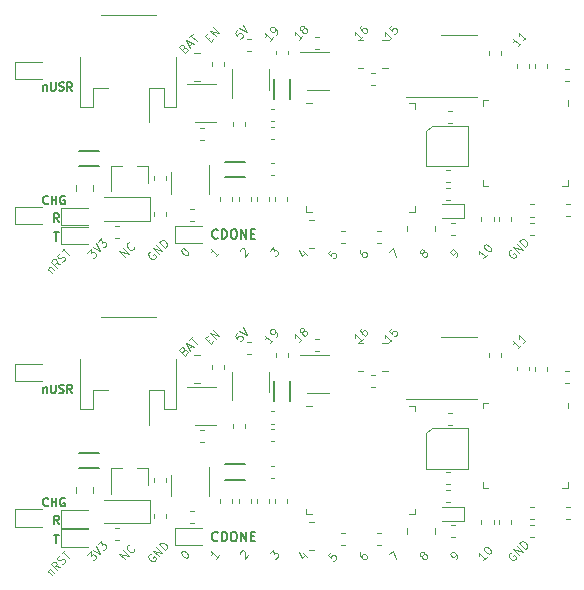
<source format=gbr>
G04 #@! TF.GenerationSoftware,KiCad,Pcbnew,(5.1.2)-1*
G04 #@! TF.CreationDate,2019-07-17T11:45:06+10:00*
G04 #@! TF.ProjectId,output.panel,6f757470-7574-42e7-9061-6e656c2e6b69,rev?*
G04 #@! TF.SameCoordinates,Original*
G04 #@! TF.FileFunction,Legend,Top*
G04 #@! TF.FilePolarity,Positive*
%FSLAX46Y46*%
G04 Gerber Fmt 4.6, Leading zero omitted, Abs format (unit mm)*
G04 Created by KiCad (PCBNEW (5.1.2)-1) date 2019-07-17 11:45:06*
%MOMM*%
%LPD*%
G04 APERTURE LIST*
%ADD10C,0.125000*%
%ADD11C,0.150000*%
%ADD12C,0.120000*%
G04 APERTURE END LIST*
D10*
X53746793Y-68511091D02*
X53511091Y-68746793D01*
X53723223Y-69006066D01*
X53723223Y-68958925D01*
X53746793Y-68888214D01*
X53864644Y-68770363D01*
X53935355Y-68746793D01*
X53982495Y-68746793D01*
X54053206Y-68770363D01*
X54171057Y-68888214D01*
X54194627Y-68958925D01*
X54194627Y-69006066D01*
X54171057Y-69076776D01*
X54053206Y-69194627D01*
X53982495Y-69218198D01*
X53935355Y-69218198D01*
D11*
X44147619Y-67485714D02*
X44109523Y-67523809D01*
X43995238Y-67561904D01*
X43919047Y-67561904D01*
X43804761Y-67523809D01*
X43728571Y-67447619D01*
X43690476Y-67371428D01*
X43652380Y-67219047D01*
X43652380Y-67104761D01*
X43690476Y-66952380D01*
X43728571Y-66876190D01*
X43804761Y-66800000D01*
X43919047Y-66761904D01*
X43995238Y-66761904D01*
X44109523Y-66800000D01*
X44147619Y-66838095D01*
X44490476Y-67561904D02*
X44490476Y-66761904D01*
X44680952Y-66761904D01*
X44795238Y-66800000D01*
X44871428Y-66876190D01*
X44909523Y-66952380D01*
X44947619Y-67104761D01*
X44947619Y-67219047D01*
X44909523Y-67371428D01*
X44871428Y-67447619D01*
X44795238Y-67523809D01*
X44680952Y-67561904D01*
X44490476Y-67561904D01*
X45442857Y-66761904D02*
X45595238Y-66761904D01*
X45671428Y-66800000D01*
X45747619Y-66876190D01*
X45785714Y-67028571D01*
X45785714Y-67295238D01*
X45747619Y-67447619D01*
X45671428Y-67523809D01*
X45595238Y-67561904D01*
X45442857Y-67561904D01*
X45366666Y-67523809D01*
X45290476Y-67447619D01*
X45252380Y-67295238D01*
X45252380Y-67028571D01*
X45290476Y-66876190D01*
X45366666Y-66800000D01*
X45442857Y-66761904D01*
X46128571Y-67561904D02*
X46128571Y-66761904D01*
X46585714Y-67561904D01*
X46585714Y-66761904D01*
X46966666Y-67142857D02*
X47233333Y-67142857D01*
X47347619Y-67561904D02*
X46966666Y-67561904D01*
X46966666Y-66761904D01*
X47347619Y-66761904D01*
D10*
X64329636Y-69118198D02*
X64423917Y-69023917D01*
X64447487Y-68953206D01*
X64447487Y-68906066D01*
X64423917Y-68788214D01*
X64353206Y-68670363D01*
X64164644Y-68481801D01*
X64093933Y-68458231D01*
X64046793Y-68458231D01*
X63976082Y-68481801D01*
X63881801Y-68576082D01*
X63858231Y-68646793D01*
X63858231Y-68693933D01*
X63881801Y-68764644D01*
X63999653Y-68882495D01*
X64070363Y-68906066D01*
X64117504Y-68906066D01*
X64188214Y-68882495D01*
X64282495Y-68788214D01*
X64306066Y-68717504D01*
X64306066Y-68670363D01*
X64282495Y-68599653D01*
X48563950Y-68593933D02*
X48870363Y-68287521D01*
X48893933Y-68641074D01*
X48964644Y-68570363D01*
X49035355Y-68546793D01*
X49082495Y-68546793D01*
X49153206Y-68570363D01*
X49271057Y-68688214D01*
X49294627Y-68758925D01*
X49294627Y-68806066D01*
X49271057Y-68876776D01*
X49129636Y-69018198D01*
X49058925Y-69041768D01*
X49011785Y-69041768D01*
X38475389Y-68629636D02*
X38404678Y-68653206D01*
X38333967Y-68723917D01*
X38286827Y-68818198D01*
X38286827Y-68912478D01*
X38310397Y-68983189D01*
X38381108Y-69101040D01*
X38451818Y-69171751D01*
X38569669Y-69242462D01*
X38640380Y-69266032D01*
X38734661Y-69266032D01*
X38828942Y-69218891D01*
X38876082Y-69171751D01*
X38923223Y-69077470D01*
X38923223Y-69030330D01*
X38758231Y-68865338D01*
X38663950Y-68959619D01*
X39182495Y-68865338D02*
X38687521Y-68370363D01*
X39465338Y-68582495D01*
X38970363Y-68087521D01*
X39701040Y-68346793D02*
X39206066Y-67851818D01*
X39323917Y-67733967D01*
X39418198Y-67686827D01*
X39512478Y-67686827D01*
X39583189Y-67710397D01*
X39701040Y-67781108D01*
X39771751Y-67851818D01*
X39842462Y-67969669D01*
X39866032Y-68040380D01*
X39866032Y-68134661D01*
X39818891Y-68228942D01*
X39701040Y-68346793D01*
X44265338Y-68782495D02*
X43982495Y-69065338D01*
X44123917Y-68923917D02*
X43628942Y-68428942D01*
X43652512Y-68546793D01*
X43652512Y-68641074D01*
X43628942Y-68711785D01*
D11*
X29800000Y-64550000D02*
X29766666Y-64583333D01*
X29666666Y-64616666D01*
X29600000Y-64616666D01*
X29500000Y-64583333D01*
X29433333Y-64516666D01*
X29400000Y-64450000D01*
X29366666Y-64316666D01*
X29366666Y-64216666D01*
X29400000Y-64083333D01*
X29433333Y-64016666D01*
X29500000Y-63950000D01*
X29600000Y-63916666D01*
X29666666Y-63916666D01*
X29766666Y-63950000D01*
X29800000Y-63983333D01*
X30100000Y-64616666D02*
X30100000Y-63916666D01*
X30100000Y-64250000D02*
X30500000Y-64250000D01*
X30500000Y-64616666D02*
X30500000Y-63916666D01*
X31200000Y-63950000D02*
X31133333Y-63916666D01*
X31033333Y-63916666D01*
X30933333Y-63950000D01*
X30866666Y-64016666D01*
X30833333Y-64083333D01*
X30800000Y-64216666D01*
X30800000Y-64316666D01*
X30833333Y-64450000D01*
X30866666Y-64516666D01*
X30933333Y-64583333D01*
X31033333Y-64616666D01*
X31100000Y-64616666D01*
X31200000Y-64583333D01*
X31233333Y-64550000D01*
X31233333Y-64316666D01*
X31100000Y-64316666D01*
D10*
X58663950Y-68693933D02*
X58993933Y-68363950D01*
X59276776Y-69071057D01*
X56323223Y-68434661D02*
X56228942Y-68528942D01*
X56205372Y-68599653D01*
X56205372Y-68646793D01*
X56228942Y-68764644D01*
X56299653Y-68882495D01*
X56488214Y-69071057D01*
X56558925Y-69094627D01*
X56606066Y-69094627D01*
X56676776Y-69071057D01*
X56771057Y-68976776D01*
X56794627Y-68906066D01*
X56794627Y-68858925D01*
X56771057Y-68788214D01*
X56653206Y-68670363D01*
X56582495Y-68646793D01*
X56535355Y-68646793D01*
X56464644Y-68670363D01*
X56370363Y-68764644D01*
X56346793Y-68835355D01*
X56346793Y-68882495D01*
X56370363Y-68953206D01*
X51388214Y-68599653D02*
X51718198Y-68929636D01*
X51081801Y-68528942D02*
X51317504Y-69000346D01*
X51623917Y-68693933D01*
X41105372Y-68452512D02*
X41152512Y-68405372D01*
X41223223Y-68381801D01*
X41270363Y-68381801D01*
X41341074Y-68405372D01*
X41458925Y-68476082D01*
X41576776Y-68593933D01*
X41647487Y-68711785D01*
X41671057Y-68782495D01*
X41671057Y-68829636D01*
X41647487Y-68900346D01*
X41600346Y-68947487D01*
X41529636Y-68971057D01*
X41482495Y-68971057D01*
X41411785Y-68947487D01*
X41293933Y-68876776D01*
X41176082Y-68758925D01*
X41105372Y-68641074D01*
X41081801Y-68570363D01*
X41081801Y-68523223D01*
X41105372Y-68452512D01*
X61493933Y-68788214D02*
X61423223Y-68811785D01*
X61376082Y-68811785D01*
X61305372Y-68788214D01*
X61281801Y-68764644D01*
X61258231Y-68693933D01*
X61258231Y-68646793D01*
X61281801Y-68576082D01*
X61376082Y-68481801D01*
X61446793Y-68458231D01*
X61493933Y-68458231D01*
X61564644Y-68481801D01*
X61588214Y-68505372D01*
X61611785Y-68576082D01*
X61611785Y-68623223D01*
X61588214Y-68693933D01*
X61493933Y-68788214D01*
X61470363Y-68858925D01*
X61470363Y-68906066D01*
X61493933Y-68976776D01*
X61588214Y-69071057D01*
X61658925Y-69094627D01*
X61706066Y-69094627D01*
X61776776Y-69071057D01*
X61871057Y-68976776D01*
X61894627Y-68906066D01*
X61894627Y-68858925D01*
X61871057Y-68788214D01*
X61776776Y-68693933D01*
X61706066Y-68670363D01*
X61658925Y-68670363D01*
X61588214Y-68693933D01*
X36335008Y-69112825D02*
X35840033Y-68617851D01*
X36617851Y-68829983D01*
X36122876Y-68335008D01*
X37089255Y-68264297D02*
X37089255Y-68311438D01*
X37042115Y-68405719D01*
X36994974Y-68452859D01*
X36900693Y-68500000D01*
X36806412Y-68500000D01*
X36735702Y-68476429D01*
X36617851Y-68405719D01*
X36547140Y-68335008D01*
X36476429Y-68217157D01*
X36452859Y-68146446D01*
X36452859Y-68052165D01*
X36500000Y-67957884D01*
X36547140Y-67910744D01*
X36641421Y-67863603D01*
X36688561Y-67863603D01*
X33116116Y-68741768D02*
X33422529Y-68435355D01*
X33446099Y-68788908D01*
X33516810Y-68718198D01*
X33587521Y-68694627D01*
X33634661Y-68694627D01*
X33705372Y-68718198D01*
X33823223Y-68836049D01*
X33846793Y-68906759D01*
X33846793Y-68953900D01*
X33823223Y-69024610D01*
X33681801Y-69166032D01*
X33611091Y-69189602D01*
X33563950Y-69189602D01*
X33563950Y-68293933D02*
X34223917Y-68623917D01*
X33893933Y-67963950D01*
X34011785Y-67846099D02*
X34318198Y-67539686D01*
X34341768Y-67893240D01*
X34412478Y-67822529D01*
X34483189Y-67798959D01*
X34530330Y-67798959D01*
X34601040Y-67822529D01*
X34718891Y-67940380D01*
X34742462Y-68011091D01*
X34742462Y-68058231D01*
X34718891Y-68128942D01*
X34577470Y-68270363D01*
X34506759Y-68293933D01*
X34459619Y-68293933D01*
X29766116Y-70121751D02*
X30096099Y-70451734D01*
X29813256Y-70168891D02*
X29813256Y-70121751D01*
X29836827Y-70051040D01*
X29907537Y-69980330D01*
X29978248Y-69956759D01*
X30048959Y-69980330D01*
X30308231Y-70239602D01*
X30826776Y-69721057D02*
X30426082Y-69650346D01*
X30543933Y-70003900D02*
X30048959Y-69508925D01*
X30237521Y-69320363D01*
X30308231Y-69296793D01*
X30355372Y-69296793D01*
X30426082Y-69320363D01*
X30496793Y-69391074D01*
X30520363Y-69461785D01*
X30520363Y-69508925D01*
X30496793Y-69579636D01*
X30308231Y-69768198D01*
X30991768Y-69508925D02*
X31086049Y-69461785D01*
X31203900Y-69343933D01*
X31227470Y-69273223D01*
X31227470Y-69226082D01*
X31203900Y-69155372D01*
X31156759Y-69108231D01*
X31086049Y-69084661D01*
X31038908Y-69084661D01*
X30968198Y-69108231D01*
X30850346Y-69178942D01*
X30779636Y-69202512D01*
X30732495Y-69202512D01*
X30661785Y-69178942D01*
X30614644Y-69131801D01*
X30591074Y-69061091D01*
X30591074Y-69013950D01*
X30614644Y-68943240D01*
X30732495Y-68825389D01*
X30826776Y-68778248D01*
X30944627Y-68613256D02*
X31227470Y-68330414D01*
X31581023Y-68966810D02*
X31086049Y-68471835D01*
X46034661Y-68617504D02*
X46034661Y-68570363D01*
X46058231Y-68499653D01*
X46176082Y-68381801D01*
X46246793Y-68358231D01*
X46293933Y-68358231D01*
X46364644Y-68381801D01*
X46411785Y-68428942D01*
X46458925Y-68523223D01*
X46458925Y-69088908D01*
X46765338Y-68782495D01*
D11*
X29400000Y-54550000D02*
X29400000Y-55016666D01*
X29400000Y-54616666D02*
X29433333Y-54583333D01*
X29500000Y-54550000D01*
X29600000Y-54550000D01*
X29666666Y-54583333D01*
X29700000Y-54650000D01*
X29700000Y-55016666D01*
X30033333Y-54316666D02*
X30033333Y-54883333D01*
X30066666Y-54950000D01*
X30100000Y-54983333D01*
X30166666Y-55016666D01*
X30300000Y-55016666D01*
X30366666Y-54983333D01*
X30400000Y-54950000D01*
X30433333Y-54883333D01*
X30433333Y-54316666D01*
X30733333Y-54983333D02*
X30833333Y-55016666D01*
X31000000Y-55016666D01*
X31066666Y-54983333D01*
X31100000Y-54950000D01*
X31133333Y-54883333D01*
X31133333Y-54816666D01*
X31100000Y-54750000D01*
X31066666Y-54716666D01*
X31000000Y-54683333D01*
X30866666Y-54650000D01*
X30800000Y-54616666D01*
X30766666Y-54583333D01*
X30733333Y-54516666D01*
X30733333Y-54450000D01*
X30766666Y-54383333D01*
X30800000Y-54350000D01*
X30866666Y-54316666D01*
X31033333Y-54316666D01*
X31133333Y-54350000D01*
X31833333Y-55016666D02*
X31600000Y-54683333D01*
X31433333Y-55016666D02*
X31433333Y-54316666D01*
X31700000Y-54316666D01*
X31766666Y-54350000D01*
X31800000Y-54383333D01*
X31833333Y-54450000D01*
X31833333Y-54550000D01*
X31800000Y-54616666D01*
X31766666Y-54650000D01*
X31700000Y-54683333D01*
X31433333Y-54683333D01*
D10*
X43299306Y-50629983D02*
X43464297Y-50464991D01*
X43794280Y-50653553D02*
X43558578Y-50889255D01*
X43063603Y-50394280D01*
X43299306Y-50158578D01*
X44006412Y-50441421D02*
X43511438Y-49946446D01*
X44289255Y-50158578D01*
X43794280Y-49663603D01*
X45834661Y-49923223D02*
X45598959Y-50158925D01*
X45811091Y-50418198D01*
X45811091Y-50371057D01*
X45834661Y-50300346D01*
X45952512Y-50182495D01*
X46023223Y-50158925D01*
X46070363Y-50158925D01*
X46141074Y-50182495D01*
X46258925Y-50300346D01*
X46282495Y-50371057D01*
X46282495Y-50418198D01*
X46258925Y-50488908D01*
X46141074Y-50606759D01*
X46070363Y-50630330D01*
X46023223Y-50630330D01*
X45999653Y-49758231D02*
X46659619Y-50088214D01*
X46329636Y-49428248D01*
X48829636Y-50518198D02*
X48546793Y-50801040D01*
X48688214Y-50659619D02*
X48193240Y-50164644D01*
X48216810Y-50282495D01*
X48216810Y-50376776D01*
X48193240Y-50447487D01*
X49065338Y-50282495D02*
X49159619Y-50188214D01*
X49183189Y-50117504D01*
X49183189Y-50070363D01*
X49159619Y-49952512D01*
X49088908Y-49834661D01*
X48900346Y-49646099D01*
X48829636Y-49622529D01*
X48782495Y-49622529D01*
X48711785Y-49646099D01*
X48617504Y-49740380D01*
X48593933Y-49811091D01*
X48593933Y-49858231D01*
X48617504Y-49928942D01*
X48735355Y-50046793D01*
X48806066Y-50070363D01*
X48853206Y-50070363D01*
X48923917Y-50046793D01*
X49018198Y-49952512D01*
X49041768Y-49881801D01*
X49041768Y-49834661D01*
X49018198Y-49763950D01*
X58954636Y-50443198D02*
X58671793Y-50726040D01*
X58813214Y-50584619D02*
X58318240Y-50089644D01*
X58341810Y-50207495D01*
X58341810Y-50301776D01*
X58318240Y-50372487D01*
X58907495Y-49500389D02*
X58671793Y-49736091D01*
X58883925Y-49995363D01*
X58883925Y-49948223D01*
X58907495Y-49877512D01*
X59025346Y-49759661D01*
X59096057Y-49736091D01*
X59143198Y-49736091D01*
X59213908Y-49759661D01*
X59331759Y-49877512D01*
X59355330Y-49948223D01*
X59355330Y-49995363D01*
X59331759Y-50066074D01*
X59213908Y-50183925D01*
X59143198Y-50207495D01*
X59096057Y-50207495D01*
D11*
X30300000Y-67016666D02*
X30700000Y-67016666D01*
X30500000Y-67716666D02*
X30500000Y-67016666D01*
D10*
X56429636Y-50418198D02*
X56146793Y-50701040D01*
X56288214Y-50559619D02*
X55793240Y-50064644D01*
X55816810Y-50182495D01*
X55816810Y-50276776D01*
X55793240Y-50347487D01*
X56358925Y-49498959D02*
X56264644Y-49593240D01*
X56241074Y-49663950D01*
X56241074Y-49711091D01*
X56264644Y-49828942D01*
X56335355Y-49946793D01*
X56523917Y-50135355D01*
X56594627Y-50158925D01*
X56641768Y-50158925D01*
X56712478Y-50135355D01*
X56806759Y-50041074D01*
X56830330Y-49970363D01*
X56830330Y-49923223D01*
X56806759Y-49852512D01*
X56688908Y-49734661D01*
X56618198Y-49711091D01*
X56571057Y-49711091D01*
X56500346Y-49734661D01*
X56406066Y-49828942D01*
X56382495Y-49899653D01*
X56382495Y-49946793D01*
X56406066Y-50017504D01*
X69829636Y-50968198D02*
X69546793Y-51251040D01*
X69688214Y-51109619D02*
X69193240Y-50614644D01*
X69216810Y-50732495D01*
X69216810Y-50826776D01*
X69193240Y-50897487D01*
X70301040Y-50496793D02*
X70018198Y-50779636D01*
X70159619Y-50638214D02*
X69664644Y-50143240D01*
X69688214Y-50261091D01*
X69688214Y-50355372D01*
X69664644Y-50426082D01*
D11*
X30716666Y-66116666D02*
X30483333Y-65783333D01*
X30316666Y-66116666D02*
X30316666Y-65416666D01*
X30583333Y-65416666D01*
X30650000Y-65450000D01*
X30683333Y-65483333D01*
X30716666Y-65550000D01*
X30716666Y-65650000D01*
X30683333Y-65716666D01*
X30650000Y-65750000D01*
X30583333Y-65783333D01*
X30316666Y-65783333D01*
D10*
X51329636Y-50418198D02*
X51046793Y-50701040D01*
X51188214Y-50559619D02*
X50693240Y-50064644D01*
X50716810Y-50182495D01*
X50716810Y-50276776D01*
X50693240Y-50347487D01*
X51329636Y-49852512D02*
X51258925Y-49876082D01*
X51211785Y-49876082D01*
X51141074Y-49852512D01*
X51117504Y-49828942D01*
X51093933Y-49758231D01*
X51093933Y-49711091D01*
X51117504Y-49640380D01*
X51211785Y-49546099D01*
X51282495Y-49522529D01*
X51329636Y-49522529D01*
X51400346Y-49546099D01*
X51423917Y-49569669D01*
X51447487Y-49640380D01*
X51447487Y-49687521D01*
X51423917Y-49758231D01*
X51329636Y-49852512D01*
X51306066Y-49923223D01*
X51306066Y-49970363D01*
X51329636Y-50041074D01*
X51423917Y-50135355D01*
X51494627Y-50158925D01*
X51541768Y-50158925D01*
X51612478Y-50135355D01*
X51706759Y-50041074D01*
X51730330Y-49970363D01*
X51730330Y-49923223D01*
X51706759Y-49852512D01*
X51612478Y-49758231D01*
X51541768Y-49734661D01*
X51494627Y-49734661D01*
X51423917Y-49758231D01*
X66929636Y-68918198D02*
X66646793Y-69201040D01*
X66788214Y-69059619D02*
X66293240Y-68564644D01*
X66316810Y-68682495D01*
X66316810Y-68776776D01*
X66293240Y-68847487D01*
X66741074Y-68116810D02*
X66788214Y-68069669D01*
X66858925Y-68046099D01*
X66906066Y-68046099D01*
X66976776Y-68069669D01*
X67094627Y-68140380D01*
X67212478Y-68258231D01*
X67283189Y-68376082D01*
X67306759Y-68446793D01*
X67306759Y-68493933D01*
X67283189Y-68564644D01*
X67236049Y-68611785D01*
X67165338Y-68635355D01*
X67118198Y-68635355D01*
X67047487Y-68611785D01*
X66929636Y-68541074D01*
X66811785Y-68423223D01*
X66741074Y-68305372D01*
X66717504Y-68234661D01*
X66717504Y-68187521D01*
X66741074Y-68116810D01*
X41299306Y-51429983D02*
X41393587Y-51382842D01*
X41440727Y-51382842D01*
X41511438Y-51406412D01*
X41582148Y-51477123D01*
X41605719Y-51547834D01*
X41605719Y-51594974D01*
X41582148Y-51665685D01*
X41393587Y-51854247D01*
X40898612Y-51359272D01*
X41063603Y-51194280D01*
X41134314Y-51170710D01*
X41181455Y-51170710D01*
X41252165Y-51194280D01*
X41299306Y-51241421D01*
X41322876Y-51312132D01*
X41322876Y-51359272D01*
X41299306Y-51429983D01*
X41134314Y-51594974D01*
X41723570Y-51241421D02*
X41959272Y-51005719D01*
X41817851Y-51429983D02*
X41487867Y-50770016D01*
X42147834Y-51099999D01*
X41747140Y-50510744D02*
X42029983Y-50227901D01*
X42383536Y-50864297D02*
X41888561Y-50369322D01*
X68975389Y-68529636D02*
X68904678Y-68553206D01*
X68833967Y-68623917D01*
X68786827Y-68718198D01*
X68786827Y-68812478D01*
X68810397Y-68883189D01*
X68881108Y-69001040D01*
X68951818Y-69071751D01*
X69069669Y-69142462D01*
X69140380Y-69166032D01*
X69234661Y-69166032D01*
X69328942Y-69118891D01*
X69376082Y-69071751D01*
X69423223Y-68977470D01*
X69423223Y-68930330D01*
X69258231Y-68765338D01*
X69163950Y-68859619D01*
X69682495Y-68765338D02*
X69187521Y-68270363D01*
X69965338Y-68482495D01*
X69470363Y-67987521D01*
X70201040Y-68246793D02*
X69706066Y-67751818D01*
X69823917Y-67633967D01*
X69918198Y-67586827D01*
X70012478Y-67586827D01*
X70083189Y-67610397D01*
X70201040Y-67681108D01*
X70271751Y-67751818D01*
X70342462Y-67869669D01*
X70366032Y-67940380D01*
X70366032Y-68034661D01*
X70318891Y-68128942D01*
X70201040Y-68246793D01*
D11*
X30716666Y-40516666D02*
X30483333Y-40183333D01*
X30316666Y-40516666D02*
X30316666Y-39816666D01*
X30583333Y-39816666D01*
X30650000Y-39850000D01*
X30683333Y-39883333D01*
X30716666Y-39950000D01*
X30716666Y-40050000D01*
X30683333Y-40116666D01*
X30650000Y-40150000D01*
X30583333Y-40183333D01*
X30316666Y-40183333D01*
X30300000Y-41416666D02*
X30700000Y-41416666D01*
X30500000Y-42116666D02*
X30500000Y-41416666D01*
D10*
X51329636Y-24818198D02*
X51046793Y-25101040D01*
X51188214Y-24959619D02*
X50693240Y-24464644D01*
X50716810Y-24582495D01*
X50716810Y-24676776D01*
X50693240Y-24747487D01*
X51329636Y-24252512D02*
X51258925Y-24276082D01*
X51211785Y-24276082D01*
X51141074Y-24252512D01*
X51117504Y-24228942D01*
X51093933Y-24158231D01*
X51093933Y-24111091D01*
X51117504Y-24040380D01*
X51211785Y-23946099D01*
X51282495Y-23922529D01*
X51329636Y-23922529D01*
X51400346Y-23946099D01*
X51423917Y-23969669D01*
X51447487Y-24040380D01*
X51447487Y-24087521D01*
X51423917Y-24158231D01*
X51329636Y-24252512D01*
X51306066Y-24323223D01*
X51306066Y-24370363D01*
X51329636Y-24441074D01*
X51423917Y-24535355D01*
X51494627Y-24558925D01*
X51541768Y-24558925D01*
X51612478Y-24535355D01*
X51706759Y-24441074D01*
X51730330Y-24370363D01*
X51730330Y-24323223D01*
X51706759Y-24252512D01*
X51612478Y-24158231D01*
X51541768Y-24134661D01*
X51494627Y-24134661D01*
X51423917Y-24158231D01*
X58954636Y-24843198D02*
X58671793Y-25126040D01*
X58813214Y-24984619D02*
X58318240Y-24489644D01*
X58341810Y-24607495D01*
X58341810Y-24701776D01*
X58318240Y-24772487D01*
X58907495Y-23900389D02*
X58671793Y-24136091D01*
X58883925Y-24395363D01*
X58883925Y-24348223D01*
X58907495Y-24277512D01*
X59025346Y-24159661D01*
X59096057Y-24136091D01*
X59143198Y-24136091D01*
X59213908Y-24159661D01*
X59331759Y-24277512D01*
X59355330Y-24348223D01*
X59355330Y-24395363D01*
X59331759Y-24466074D01*
X59213908Y-24583925D01*
X59143198Y-24607495D01*
X59096057Y-24607495D01*
X69829636Y-25368198D02*
X69546793Y-25651040D01*
X69688214Y-25509619D02*
X69193240Y-25014644D01*
X69216810Y-25132495D01*
X69216810Y-25226776D01*
X69193240Y-25297487D01*
X70301040Y-24896793D02*
X70018198Y-25179636D01*
X70159619Y-25038214D02*
X69664644Y-24543240D01*
X69688214Y-24661091D01*
X69688214Y-24755372D01*
X69664644Y-24826082D01*
X56429636Y-24818198D02*
X56146793Y-25101040D01*
X56288214Y-24959619D02*
X55793240Y-24464644D01*
X55816810Y-24582495D01*
X55816810Y-24676776D01*
X55793240Y-24747487D01*
X56358925Y-23898959D02*
X56264644Y-23993240D01*
X56241074Y-24063950D01*
X56241074Y-24111091D01*
X56264644Y-24228942D01*
X56335355Y-24346793D01*
X56523917Y-24535355D01*
X56594627Y-24558925D01*
X56641768Y-24558925D01*
X56712478Y-24535355D01*
X56806759Y-24441074D01*
X56830330Y-24370363D01*
X56830330Y-24323223D01*
X56806759Y-24252512D01*
X56688908Y-24134661D01*
X56618198Y-24111091D01*
X56571057Y-24111091D01*
X56500346Y-24134661D01*
X56406066Y-24228942D01*
X56382495Y-24299653D01*
X56382495Y-24346793D01*
X56406066Y-24417504D01*
X48829636Y-24918198D02*
X48546793Y-25201040D01*
X48688214Y-25059619D02*
X48193240Y-24564644D01*
X48216810Y-24682495D01*
X48216810Y-24776776D01*
X48193240Y-24847487D01*
X49065338Y-24682495D02*
X49159619Y-24588214D01*
X49183189Y-24517504D01*
X49183189Y-24470363D01*
X49159619Y-24352512D01*
X49088908Y-24234661D01*
X48900346Y-24046099D01*
X48829636Y-24022529D01*
X48782495Y-24022529D01*
X48711785Y-24046099D01*
X48617504Y-24140380D01*
X48593933Y-24211091D01*
X48593933Y-24258231D01*
X48617504Y-24328942D01*
X48735355Y-24446793D01*
X48806066Y-24470363D01*
X48853206Y-24470363D01*
X48923917Y-24446793D01*
X49018198Y-24352512D01*
X49041768Y-24281801D01*
X49041768Y-24234661D01*
X49018198Y-24163950D01*
X45834661Y-24323223D02*
X45598959Y-24558925D01*
X45811091Y-24818198D01*
X45811091Y-24771057D01*
X45834661Y-24700346D01*
X45952512Y-24582495D01*
X46023223Y-24558925D01*
X46070363Y-24558925D01*
X46141074Y-24582495D01*
X46258925Y-24700346D01*
X46282495Y-24771057D01*
X46282495Y-24818198D01*
X46258925Y-24888908D01*
X46141074Y-25006759D01*
X46070363Y-25030330D01*
X46023223Y-25030330D01*
X45999653Y-24158231D02*
X46659619Y-24488214D01*
X46329636Y-23828248D01*
X43299306Y-25029983D02*
X43464297Y-24864991D01*
X43794280Y-25053553D02*
X43558578Y-25289255D01*
X43063603Y-24794280D01*
X43299306Y-24558578D01*
X44006412Y-24841421D02*
X43511438Y-24346446D01*
X44289255Y-24558578D01*
X43794280Y-24063603D01*
X41299306Y-25829983D02*
X41393587Y-25782842D01*
X41440727Y-25782842D01*
X41511438Y-25806412D01*
X41582148Y-25877123D01*
X41605719Y-25947834D01*
X41605719Y-25994974D01*
X41582148Y-26065685D01*
X41393587Y-26254247D01*
X40898612Y-25759272D01*
X41063603Y-25594280D01*
X41134314Y-25570710D01*
X41181455Y-25570710D01*
X41252165Y-25594280D01*
X41299306Y-25641421D01*
X41322876Y-25712132D01*
X41322876Y-25759272D01*
X41299306Y-25829983D01*
X41134314Y-25994974D01*
X41723570Y-25641421D02*
X41959272Y-25405719D01*
X41817851Y-25829983D02*
X41487867Y-25170016D01*
X42147834Y-25499999D01*
X41747140Y-24910744D02*
X42029983Y-24627901D01*
X42383536Y-25264297D02*
X41888561Y-24769322D01*
X68975389Y-42929636D02*
X68904678Y-42953206D01*
X68833967Y-43023917D01*
X68786827Y-43118198D01*
X68786827Y-43212478D01*
X68810397Y-43283189D01*
X68881108Y-43401040D01*
X68951818Y-43471751D01*
X69069669Y-43542462D01*
X69140380Y-43566032D01*
X69234661Y-43566032D01*
X69328942Y-43518891D01*
X69376082Y-43471751D01*
X69423223Y-43377470D01*
X69423223Y-43330330D01*
X69258231Y-43165338D01*
X69163950Y-43259619D01*
X69682495Y-43165338D02*
X69187521Y-42670363D01*
X69965338Y-42882495D01*
X69470363Y-42387521D01*
X70201040Y-42646793D02*
X69706066Y-42151818D01*
X69823917Y-42033967D01*
X69918198Y-41986827D01*
X70012478Y-41986827D01*
X70083189Y-42010397D01*
X70201040Y-42081108D01*
X70271751Y-42151818D01*
X70342462Y-42269669D01*
X70366032Y-42340380D01*
X70366032Y-42434661D01*
X70318891Y-42528942D01*
X70201040Y-42646793D01*
X66929636Y-43318198D02*
X66646793Y-43601040D01*
X66788214Y-43459619D02*
X66293240Y-42964644D01*
X66316810Y-43082495D01*
X66316810Y-43176776D01*
X66293240Y-43247487D01*
X66741074Y-42516810D02*
X66788214Y-42469669D01*
X66858925Y-42446099D01*
X66906066Y-42446099D01*
X66976776Y-42469669D01*
X67094627Y-42540380D01*
X67212478Y-42658231D01*
X67283189Y-42776082D01*
X67306759Y-42846793D01*
X67306759Y-42893933D01*
X67283189Y-42964644D01*
X67236049Y-43011785D01*
X67165338Y-43035355D01*
X67118198Y-43035355D01*
X67047487Y-43011785D01*
X66929636Y-42941074D01*
X66811785Y-42823223D01*
X66741074Y-42705372D01*
X66717504Y-42634661D01*
X66717504Y-42587521D01*
X66741074Y-42516810D01*
X64329636Y-43518198D02*
X64423917Y-43423917D01*
X64447487Y-43353206D01*
X64447487Y-43306066D01*
X64423917Y-43188214D01*
X64353206Y-43070363D01*
X64164644Y-42881801D01*
X64093933Y-42858231D01*
X64046793Y-42858231D01*
X63976082Y-42881801D01*
X63881801Y-42976082D01*
X63858231Y-43046793D01*
X63858231Y-43093933D01*
X63881801Y-43164644D01*
X63999653Y-43282495D01*
X64070363Y-43306066D01*
X64117504Y-43306066D01*
X64188214Y-43282495D01*
X64282495Y-43188214D01*
X64306066Y-43117504D01*
X64306066Y-43070363D01*
X64282495Y-42999653D01*
X61493933Y-43188214D02*
X61423223Y-43211785D01*
X61376082Y-43211785D01*
X61305372Y-43188214D01*
X61281801Y-43164644D01*
X61258231Y-43093933D01*
X61258231Y-43046793D01*
X61281801Y-42976082D01*
X61376082Y-42881801D01*
X61446793Y-42858231D01*
X61493933Y-42858231D01*
X61564644Y-42881801D01*
X61588214Y-42905372D01*
X61611785Y-42976082D01*
X61611785Y-43023223D01*
X61588214Y-43093933D01*
X61493933Y-43188214D01*
X61470363Y-43258925D01*
X61470363Y-43306066D01*
X61493933Y-43376776D01*
X61588214Y-43471057D01*
X61658925Y-43494627D01*
X61706066Y-43494627D01*
X61776776Y-43471057D01*
X61871057Y-43376776D01*
X61894627Y-43306066D01*
X61894627Y-43258925D01*
X61871057Y-43188214D01*
X61776776Y-43093933D01*
X61706066Y-43070363D01*
X61658925Y-43070363D01*
X61588214Y-43093933D01*
X58663950Y-43093933D02*
X58993933Y-42763950D01*
X59276776Y-43471057D01*
X56323223Y-42834661D02*
X56228942Y-42928942D01*
X56205372Y-42999653D01*
X56205372Y-43046793D01*
X56228942Y-43164644D01*
X56299653Y-43282495D01*
X56488214Y-43471057D01*
X56558925Y-43494627D01*
X56606066Y-43494627D01*
X56676776Y-43471057D01*
X56771057Y-43376776D01*
X56794627Y-43306066D01*
X56794627Y-43258925D01*
X56771057Y-43188214D01*
X56653206Y-43070363D01*
X56582495Y-43046793D01*
X56535355Y-43046793D01*
X56464644Y-43070363D01*
X56370363Y-43164644D01*
X56346793Y-43235355D01*
X56346793Y-43282495D01*
X56370363Y-43353206D01*
X53746793Y-42911091D02*
X53511091Y-43146793D01*
X53723223Y-43406066D01*
X53723223Y-43358925D01*
X53746793Y-43288214D01*
X53864644Y-43170363D01*
X53935355Y-43146793D01*
X53982495Y-43146793D01*
X54053206Y-43170363D01*
X54171057Y-43288214D01*
X54194627Y-43358925D01*
X54194627Y-43406066D01*
X54171057Y-43476776D01*
X54053206Y-43594627D01*
X53982495Y-43618198D01*
X53935355Y-43618198D01*
X51388214Y-42999653D02*
X51718198Y-43329636D01*
X51081801Y-42928942D02*
X51317504Y-43400346D01*
X51623917Y-43093933D01*
X48563950Y-42993933D02*
X48870363Y-42687521D01*
X48893933Y-43041074D01*
X48964644Y-42970363D01*
X49035355Y-42946793D01*
X49082495Y-42946793D01*
X49153206Y-42970363D01*
X49271057Y-43088214D01*
X49294627Y-43158925D01*
X49294627Y-43206066D01*
X49271057Y-43276776D01*
X49129636Y-43418198D01*
X49058925Y-43441768D01*
X49011785Y-43441768D01*
X46034661Y-43017504D02*
X46034661Y-42970363D01*
X46058231Y-42899653D01*
X46176082Y-42781801D01*
X46246793Y-42758231D01*
X46293933Y-42758231D01*
X46364644Y-42781801D01*
X46411785Y-42828942D01*
X46458925Y-42923223D01*
X46458925Y-43488908D01*
X46765338Y-43182495D01*
X44265338Y-43182495D02*
X43982495Y-43465338D01*
X44123917Y-43323917D02*
X43628942Y-42828942D01*
X43652512Y-42946793D01*
X43652512Y-43041074D01*
X43628942Y-43111785D01*
X41105372Y-42852512D02*
X41152512Y-42805372D01*
X41223223Y-42781801D01*
X41270363Y-42781801D01*
X41341074Y-42805372D01*
X41458925Y-42876082D01*
X41576776Y-42993933D01*
X41647487Y-43111785D01*
X41671057Y-43182495D01*
X41671057Y-43229636D01*
X41647487Y-43300346D01*
X41600346Y-43347487D01*
X41529636Y-43371057D01*
X41482495Y-43371057D01*
X41411785Y-43347487D01*
X41293933Y-43276776D01*
X41176082Y-43158925D01*
X41105372Y-43041074D01*
X41081801Y-42970363D01*
X41081801Y-42923223D01*
X41105372Y-42852512D01*
X38475389Y-43029636D02*
X38404678Y-43053206D01*
X38333967Y-43123917D01*
X38286827Y-43218198D01*
X38286827Y-43312478D01*
X38310397Y-43383189D01*
X38381108Y-43501040D01*
X38451818Y-43571751D01*
X38569669Y-43642462D01*
X38640380Y-43666032D01*
X38734661Y-43666032D01*
X38828942Y-43618891D01*
X38876082Y-43571751D01*
X38923223Y-43477470D01*
X38923223Y-43430330D01*
X38758231Y-43265338D01*
X38663950Y-43359619D01*
X39182495Y-43265338D02*
X38687521Y-42770363D01*
X39465338Y-42982495D01*
X38970363Y-42487521D01*
X39701040Y-42746793D02*
X39206066Y-42251818D01*
X39323917Y-42133967D01*
X39418198Y-42086827D01*
X39512478Y-42086827D01*
X39583189Y-42110397D01*
X39701040Y-42181108D01*
X39771751Y-42251818D01*
X39842462Y-42369669D01*
X39866032Y-42440380D01*
X39866032Y-42534661D01*
X39818891Y-42628942D01*
X39701040Y-42746793D01*
X36335008Y-43512825D02*
X35840033Y-43017851D01*
X36617851Y-43229983D01*
X36122876Y-42735008D01*
X37089255Y-42664297D02*
X37089255Y-42711438D01*
X37042115Y-42805719D01*
X36994974Y-42852859D01*
X36900693Y-42900000D01*
X36806412Y-42899999D01*
X36735702Y-42876429D01*
X36617851Y-42805719D01*
X36547140Y-42735008D01*
X36476429Y-42617157D01*
X36452859Y-42546446D01*
X36452859Y-42452165D01*
X36500000Y-42357884D01*
X36547140Y-42310744D01*
X36641421Y-42263603D01*
X36688561Y-42263603D01*
X33116116Y-43141768D02*
X33422529Y-42835355D01*
X33446099Y-43188908D01*
X33516810Y-43118198D01*
X33587521Y-43094627D01*
X33634661Y-43094627D01*
X33705372Y-43118198D01*
X33823223Y-43236049D01*
X33846793Y-43306759D01*
X33846793Y-43353900D01*
X33823223Y-43424610D01*
X33681801Y-43566032D01*
X33611091Y-43589602D01*
X33563950Y-43589602D01*
X33563950Y-42693933D02*
X34223917Y-43023917D01*
X33893933Y-42363950D01*
X34011785Y-42246099D02*
X34318198Y-41939686D01*
X34341768Y-42293240D01*
X34412478Y-42222529D01*
X34483189Y-42198959D01*
X34530330Y-42198959D01*
X34601040Y-42222529D01*
X34718891Y-42340380D01*
X34742462Y-42411091D01*
X34742462Y-42458231D01*
X34718891Y-42528942D01*
X34577470Y-42670363D01*
X34506759Y-42693933D01*
X34459619Y-42693933D01*
X29766116Y-44521751D02*
X30096099Y-44851734D01*
X29813256Y-44568891D02*
X29813256Y-44521751D01*
X29836827Y-44451040D01*
X29907537Y-44380330D01*
X29978248Y-44356759D01*
X30048959Y-44380330D01*
X30308231Y-44639602D01*
X30826776Y-44121057D02*
X30426082Y-44050346D01*
X30543933Y-44403900D02*
X30048959Y-43908925D01*
X30237521Y-43720363D01*
X30308231Y-43696793D01*
X30355372Y-43696793D01*
X30426082Y-43720363D01*
X30496793Y-43791074D01*
X30520363Y-43861785D01*
X30520363Y-43908925D01*
X30496793Y-43979636D01*
X30308231Y-44168198D01*
X30991768Y-43908925D02*
X31086049Y-43861785D01*
X31203900Y-43743933D01*
X31227470Y-43673223D01*
X31227470Y-43626082D01*
X31203900Y-43555372D01*
X31156759Y-43508231D01*
X31086049Y-43484661D01*
X31038908Y-43484661D01*
X30968198Y-43508231D01*
X30850346Y-43578942D01*
X30779636Y-43602512D01*
X30732495Y-43602512D01*
X30661785Y-43578942D01*
X30614644Y-43531801D01*
X30591074Y-43461091D01*
X30591074Y-43413950D01*
X30614644Y-43343240D01*
X30732495Y-43225389D01*
X30826776Y-43178248D01*
X30944627Y-43013256D02*
X31227470Y-42730414D01*
X31581023Y-43366810D02*
X31086049Y-42871835D01*
D11*
X44147619Y-41885714D02*
X44109523Y-41923809D01*
X43995238Y-41961904D01*
X43919047Y-41961904D01*
X43804761Y-41923809D01*
X43728571Y-41847619D01*
X43690476Y-41771428D01*
X43652380Y-41619047D01*
X43652380Y-41504761D01*
X43690476Y-41352380D01*
X43728571Y-41276190D01*
X43804761Y-41200000D01*
X43919047Y-41161904D01*
X43995238Y-41161904D01*
X44109523Y-41200000D01*
X44147619Y-41238095D01*
X44490476Y-41961904D02*
X44490476Y-41161904D01*
X44680952Y-41161904D01*
X44795238Y-41200000D01*
X44871428Y-41276190D01*
X44909523Y-41352380D01*
X44947619Y-41504761D01*
X44947619Y-41619047D01*
X44909523Y-41771428D01*
X44871428Y-41847619D01*
X44795238Y-41923809D01*
X44680952Y-41961904D01*
X44490476Y-41961904D01*
X45442857Y-41161904D02*
X45595238Y-41161904D01*
X45671428Y-41200000D01*
X45747619Y-41276190D01*
X45785714Y-41428571D01*
X45785714Y-41695238D01*
X45747619Y-41847619D01*
X45671428Y-41923809D01*
X45595238Y-41961904D01*
X45442857Y-41961904D01*
X45366666Y-41923809D01*
X45290476Y-41847619D01*
X45252380Y-41695238D01*
X45252380Y-41428571D01*
X45290476Y-41276190D01*
X45366666Y-41200000D01*
X45442857Y-41161904D01*
X46128571Y-41961904D02*
X46128571Y-41161904D01*
X46585714Y-41961904D01*
X46585714Y-41161904D01*
X46966666Y-41542857D02*
X47233333Y-41542857D01*
X47347619Y-41961904D02*
X46966666Y-41961904D01*
X46966666Y-41161904D01*
X47347619Y-41161904D01*
X29800000Y-38950000D02*
X29766666Y-38983333D01*
X29666666Y-39016666D01*
X29600000Y-39016666D01*
X29500000Y-38983333D01*
X29433333Y-38916666D01*
X29400000Y-38850000D01*
X29366666Y-38716666D01*
X29366666Y-38616666D01*
X29400000Y-38483333D01*
X29433333Y-38416666D01*
X29500000Y-38350000D01*
X29600000Y-38316666D01*
X29666666Y-38316666D01*
X29766666Y-38350000D01*
X29800000Y-38383333D01*
X30100000Y-39016666D02*
X30100000Y-38316666D01*
X30100000Y-38650000D02*
X30500000Y-38650000D01*
X30500000Y-39016666D02*
X30500000Y-38316666D01*
X31200000Y-38350000D02*
X31133333Y-38316666D01*
X31033333Y-38316666D01*
X30933333Y-38350000D01*
X30866666Y-38416666D01*
X30833333Y-38483333D01*
X30800000Y-38616666D01*
X30800000Y-38716666D01*
X30833333Y-38850000D01*
X30866666Y-38916666D01*
X30933333Y-38983333D01*
X31033333Y-39016666D01*
X31100000Y-39016666D01*
X31200000Y-38983333D01*
X31233333Y-38950000D01*
X31233333Y-38716666D01*
X31100000Y-38716666D01*
X29400000Y-28950000D02*
X29400000Y-29416666D01*
X29400000Y-29016666D02*
X29433333Y-28983333D01*
X29500000Y-28950000D01*
X29600000Y-28950000D01*
X29666666Y-28983333D01*
X29700000Y-29050000D01*
X29700000Y-29416666D01*
X30033333Y-28716666D02*
X30033333Y-29283333D01*
X30066666Y-29350000D01*
X30100000Y-29383333D01*
X30166666Y-29416666D01*
X30300000Y-29416666D01*
X30366666Y-29383333D01*
X30400000Y-29350000D01*
X30433333Y-29283333D01*
X30433333Y-28716666D01*
X30733333Y-29383333D02*
X30833333Y-29416666D01*
X31000000Y-29416666D01*
X31066666Y-29383333D01*
X31100000Y-29350000D01*
X31133333Y-29283333D01*
X31133333Y-29216666D01*
X31100000Y-29150000D01*
X31066666Y-29116666D01*
X31000000Y-29083333D01*
X30866666Y-29050000D01*
X30800000Y-29016666D01*
X30766666Y-28983333D01*
X30733333Y-28916666D01*
X30733333Y-28850000D01*
X30766666Y-28783333D01*
X30800000Y-28750000D01*
X30866666Y-28716666D01*
X31033333Y-28716666D01*
X31133333Y-28750000D01*
X31833333Y-29416666D02*
X31600000Y-29083333D01*
X31433333Y-29416666D02*
X31433333Y-28716666D01*
X31700000Y-28716666D01*
X31766666Y-28750000D01*
X31800000Y-28783333D01*
X31833333Y-28850000D01*
X31833333Y-28950000D01*
X31800000Y-29016666D01*
X31766666Y-29050000D01*
X31700000Y-29083333D01*
X31433333Y-29083333D01*
D12*
X51850000Y-65970000D02*
X52350000Y-65970000D01*
X51850000Y-68330000D02*
X52350000Y-68330000D01*
X51750000Y-55010000D02*
X53550000Y-55010000D01*
X53550000Y-51790000D02*
X51100000Y-51790000D01*
X42637221Y-58190000D02*
X42962779Y-58190000D01*
X42637221Y-59210000D02*
X42962779Y-59210000D01*
X38740000Y-62562779D02*
X38740000Y-62237221D01*
X39760000Y-62562779D02*
X39760000Y-62237221D01*
X73587221Y-53190000D02*
X73912779Y-53190000D01*
X73587221Y-54210000D02*
X73912779Y-54210000D01*
X33200000Y-66565000D02*
X30915000Y-66565000D01*
X30915000Y-66565000D02*
X30915000Y-68035000D01*
X30915000Y-68035000D02*
X33200000Y-68035000D01*
X33200000Y-64965000D02*
X30915000Y-64965000D01*
X30915000Y-64965000D02*
X30915000Y-66435000D01*
X30915000Y-66435000D02*
X33200000Y-66435000D01*
X42200000Y-57710000D02*
X44000000Y-57710000D01*
X44000000Y-54490000D02*
X41550000Y-54490000D01*
X63937221Y-66215000D02*
X64262779Y-66215000D01*
X63937221Y-67235000D02*
X64262779Y-67235000D01*
X45410000Y-64037221D02*
X45410000Y-64362779D01*
X44390000Y-64037221D02*
X44390000Y-64362779D01*
X61775000Y-58425000D02*
X62275000Y-58025000D01*
X62275000Y-58025000D02*
X65375000Y-58025000D01*
X65375000Y-58025000D02*
X65375000Y-61425000D01*
X65375000Y-61425000D02*
X61775000Y-61425000D01*
X61775000Y-61425000D02*
X61775000Y-58425000D01*
X63075000Y-50315000D02*
X66075000Y-50315000D01*
X60075000Y-55535000D02*
X66075000Y-55535000D01*
X60360000Y-56090000D02*
X60860000Y-56090000D01*
X60860000Y-56090000D02*
X60860000Y-56590000D01*
X52140000Y-65310000D02*
X51640000Y-65310000D01*
X51640000Y-65310000D02*
X51640000Y-64810000D01*
X60360000Y-65310000D02*
X60860000Y-65310000D01*
X60860000Y-65310000D02*
X60860000Y-64810000D01*
X52140000Y-56090000D02*
X51640000Y-56090000D01*
X33560000Y-62991422D02*
X33560000Y-63508578D01*
X32140000Y-62991422D02*
X32140000Y-63508578D01*
X69490000Y-53112779D02*
X69490000Y-52787221D01*
X70510000Y-53112779D02*
X70510000Y-52787221D01*
X60170000Y-66450000D02*
X60170000Y-66950000D01*
X62530000Y-66450000D02*
X62530000Y-66950000D01*
D11*
X32450000Y-61400000D02*
X34150000Y-61400000D01*
X32450000Y-60100000D02*
X34150000Y-60100000D01*
D12*
X42125000Y-54180000D02*
X42625000Y-54180000D01*
X42125000Y-51820000D02*
X42625000Y-51820000D01*
D11*
X46450000Y-61050000D02*
X44750000Y-61050000D01*
X46450000Y-62350000D02*
X44750000Y-62350000D01*
D12*
X40660000Y-52160000D02*
X40660000Y-56410000D01*
X40660000Y-56410000D02*
X39640000Y-56410000D01*
X39640000Y-56410000D02*
X39640000Y-54810000D01*
X39640000Y-54810000D02*
X38360000Y-54810000D01*
X38360000Y-54810000D02*
X38360000Y-57700000D01*
X32540000Y-52160000D02*
X32540000Y-56410000D01*
X32540000Y-56410000D02*
X33560000Y-56410000D01*
X33560000Y-56410000D02*
X33560000Y-54810000D01*
X33560000Y-54810000D02*
X34840000Y-54810000D01*
X38940000Y-48590000D02*
X34260000Y-48590000D01*
D11*
X50250000Y-55700000D02*
X50250000Y-54000000D01*
X48950000Y-55700000D02*
X48950000Y-54000000D01*
D12*
X73810000Y-62585000D02*
X73810000Y-63060000D01*
X73810000Y-63060000D02*
X73335000Y-63060000D01*
X66590000Y-56315000D02*
X66590000Y-55840000D01*
X66590000Y-55840000D02*
X67065000Y-55840000D01*
X66590000Y-62585000D02*
X66590000Y-63060000D01*
X66590000Y-63060000D02*
X67065000Y-63060000D01*
X73810000Y-56315000D02*
X73810000Y-55840000D01*
X48460000Y-54980000D02*
X48460000Y-53220000D01*
X45390000Y-53220000D02*
X45390000Y-55650000D01*
X49090000Y-51962779D02*
X49090000Y-51637221D01*
X50110000Y-51962779D02*
X50110000Y-51637221D01*
X38400000Y-66050000D02*
X34550000Y-66050000D01*
X38400000Y-64050000D02*
X34550000Y-64050000D01*
X38400000Y-66050000D02*
X38400000Y-64050000D01*
X35437221Y-67510000D02*
X35762779Y-67510000D01*
X35437221Y-66490000D02*
X35762779Y-66490000D01*
X40240000Y-61950000D02*
X40240000Y-63750000D01*
X43460000Y-63750000D02*
X43460000Y-61300000D01*
X42787500Y-66465000D02*
X40502500Y-66465000D01*
X40502500Y-66465000D02*
X40502500Y-67935000D01*
X40502500Y-67935000D02*
X42787500Y-67935000D01*
X54937779Y-67910000D02*
X54612221Y-67910000D01*
X54937779Y-66890000D02*
X54612221Y-66890000D01*
X56500000Y-50770000D02*
X56000000Y-50770000D01*
X56500000Y-53130000D02*
X56000000Y-53130000D01*
X45940000Y-64037221D02*
X45940000Y-64362779D01*
X46960000Y-64037221D02*
X46960000Y-64362779D01*
X39760000Y-65612779D02*
X39760000Y-65287221D01*
X38740000Y-65612779D02*
X38740000Y-65287221D01*
X44660000Y-52962779D02*
X44660000Y-52637221D01*
X43640000Y-52962779D02*
X43640000Y-52637221D01*
X26965000Y-54035000D02*
X29250000Y-54035000D01*
X26965000Y-52565000D02*
X26965000Y-54035000D01*
X29250000Y-52565000D02*
X26965000Y-52565000D01*
X38280000Y-61390000D02*
X38280000Y-62850000D01*
X35120000Y-61390000D02*
X35120000Y-63550000D01*
X35120000Y-61390000D02*
X36050000Y-61390000D01*
X38280000Y-61390000D02*
X37350000Y-61390000D01*
X58075000Y-50770000D02*
X58575000Y-50770000D01*
X58075000Y-53130000D02*
X58575000Y-53130000D01*
X69010000Y-65762221D02*
X69010000Y-66087779D01*
X67990000Y-65762221D02*
X67990000Y-66087779D01*
X48962779Y-59110000D02*
X48637221Y-59110000D01*
X48962779Y-58090000D02*
X48637221Y-58090000D01*
X63175000Y-64650000D02*
X65025000Y-64650000D01*
X63175000Y-65850000D02*
X65025000Y-65850000D01*
X65025000Y-65850000D02*
X65025000Y-64650000D01*
X26965000Y-66335000D02*
X29250000Y-66335000D01*
X26965000Y-64865000D02*
X26965000Y-66335000D01*
X29250000Y-64865000D02*
X26965000Y-64865000D01*
X57687221Y-67910000D02*
X58012779Y-67910000D01*
X57687221Y-66890000D02*
X58012779Y-66890000D01*
X63787779Y-61740000D02*
X63462221Y-61740000D01*
X63787779Y-62760000D02*
X63462221Y-62760000D01*
X47490000Y-64024721D02*
X47490000Y-64350279D01*
X48510000Y-64024721D02*
X48510000Y-64350279D01*
X52737779Y-50490000D02*
X52412221Y-50490000D01*
X52737779Y-51510000D02*
X52412221Y-51510000D01*
X48962779Y-57610000D02*
X48637221Y-57610000D01*
X48962779Y-56590000D02*
X48637221Y-56590000D01*
X57462779Y-54510000D02*
X57137221Y-54510000D01*
X57462779Y-53490000D02*
X57137221Y-53490000D01*
X46637221Y-51710000D02*
X46962779Y-51710000D01*
X46637221Y-50690000D02*
X46962779Y-50690000D01*
X50010000Y-64024721D02*
X50010000Y-64350279D01*
X48990000Y-64024721D02*
X48990000Y-64350279D01*
X63787779Y-64260000D02*
X63462221Y-64260000D01*
X63787779Y-63240000D02*
X63462221Y-63240000D01*
X63987779Y-57735000D02*
X63662221Y-57735000D01*
X63987779Y-56715000D02*
X63662221Y-56715000D01*
X70612221Y-67210000D02*
X70937779Y-67210000D01*
X70612221Y-66190000D02*
X70937779Y-66190000D01*
X73637221Y-65660000D02*
X73962779Y-65660000D01*
X73637221Y-64640000D02*
X73962779Y-64640000D01*
X67090000Y-51649721D02*
X67090000Y-51975279D01*
X68110000Y-51649721D02*
X68110000Y-51975279D01*
X70612221Y-64665000D02*
X70937779Y-64665000D01*
X70612221Y-65685000D02*
X70937779Y-65685000D01*
X48962779Y-61190000D02*
X48637221Y-61190000D01*
X48962779Y-62210000D02*
X48637221Y-62210000D01*
X66490000Y-66087779D02*
X66490000Y-65762221D01*
X67510000Y-66087779D02*
X67510000Y-65762221D01*
X72010000Y-53125279D02*
X72010000Y-52799721D01*
X70990000Y-53125279D02*
X70990000Y-52799721D01*
X45490000Y-57687221D02*
X45490000Y-58012779D01*
X46510000Y-57687221D02*
X46510000Y-58012779D01*
X42175279Y-66060000D02*
X41849721Y-66060000D01*
X42175279Y-65040000D02*
X41849721Y-65040000D01*
X38940000Y-22990000D02*
X34260000Y-22990000D01*
X33560000Y-29210000D02*
X34840000Y-29210000D01*
X33560000Y-30810000D02*
X33560000Y-29210000D01*
X32540000Y-30810000D02*
X33560000Y-30810000D01*
X32540000Y-26560000D02*
X32540000Y-30810000D01*
X38360000Y-29210000D02*
X38360000Y-32100000D01*
X39640000Y-29210000D02*
X38360000Y-29210000D01*
X39640000Y-30810000D02*
X39640000Y-29210000D01*
X40660000Y-30810000D02*
X39640000Y-30810000D01*
X40660000Y-26560000D02*
X40660000Y-30810000D01*
X45390000Y-27620000D02*
X45390000Y-30050000D01*
X48460000Y-29380000D02*
X48460000Y-27620000D01*
X73810000Y-30715000D02*
X73810000Y-30240000D01*
X66590000Y-37460000D02*
X67065000Y-37460000D01*
X66590000Y-36985000D02*
X66590000Y-37460000D01*
X66590000Y-30240000D02*
X67065000Y-30240000D01*
X66590000Y-30715000D02*
X66590000Y-30240000D01*
X73810000Y-37460000D02*
X73335000Y-37460000D01*
X73810000Y-36985000D02*
X73810000Y-37460000D01*
D11*
X48950000Y-30100000D02*
X48950000Y-28400000D01*
X50250000Y-30100000D02*
X50250000Y-28400000D01*
X46450000Y-36750000D02*
X44750000Y-36750000D01*
X46450000Y-35450000D02*
X44750000Y-35450000D01*
X32450000Y-34500000D02*
X34150000Y-34500000D01*
X32450000Y-35800000D02*
X34150000Y-35800000D01*
D12*
X42125000Y-26220000D02*
X42625000Y-26220000D01*
X42125000Y-28580000D02*
X42625000Y-28580000D01*
X62530000Y-40850000D02*
X62530000Y-41350000D01*
X60170000Y-40850000D02*
X60170000Y-41350000D01*
X70510000Y-27512779D02*
X70510000Y-27187221D01*
X69490000Y-27512779D02*
X69490000Y-27187221D01*
X60075000Y-29935000D02*
X66075000Y-29935000D01*
X63075000Y-24715000D02*
X66075000Y-24715000D01*
X32140000Y-37391422D02*
X32140000Y-37908578D01*
X33560000Y-37391422D02*
X33560000Y-37908578D01*
X52140000Y-30490000D02*
X51640000Y-30490000D01*
X60860000Y-39710000D02*
X60860000Y-39210000D01*
X60360000Y-39710000D02*
X60860000Y-39710000D01*
X51640000Y-39710000D02*
X51640000Y-39210000D01*
X52140000Y-39710000D02*
X51640000Y-39710000D01*
X60860000Y-30490000D02*
X60860000Y-30990000D01*
X60360000Y-30490000D02*
X60860000Y-30490000D01*
X61775000Y-35825000D02*
X61775000Y-32825000D01*
X65375000Y-35825000D02*
X61775000Y-35825000D01*
X65375000Y-32425000D02*
X65375000Y-35825000D01*
X62275000Y-32425000D02*
X65375000Y-32425000D01*
X61775000Y-32825000D02*
X62275000Y-32425000D01*
X53550000Y-26190000D02*
X51100000Y-26190000D01*
X51750000Y-29410000D02*
X53550000Y-29410000D01*
X44000000Y-28890000D02*
X41550000Y-28890000D01*
X42200000Y-32110000D02*
X44000000Y-32110000D01*
X30915000Y-40835000D02*
X33200000Y-40835000D01*
X30915000Y-39365000D02*
X30915000Y-40835000D01*
X33200000Y-39365000D02*
X30915000Y-39365000D01*
X30915000Y-42435000D02*
X33200000Y-42435000D01*
X30915000Y-40965000D02*
X30915000Y-42435000D01*
X33200000Y-40965000D02*
X30915000Y-40965000D01*
X44390000Y-38437221D02*
X44390000Y-38762779D01*
X45410000Y-38437221D02*
X45410000Y-38762779D01*
X51850000Y-42730000D02*
X52350000Y-42730000D01*
X51850000Y-40370000D02*
X52350000Y-40370000D01*
X63937221Y-41635000D02*
X64262779Y-41635000D01*
X63937221Y-40615000D02*
X64262779Y-40615000D01*
X73587221Y-28610000D02*
X73912779Y-28610000D01*
X73587221Y-27590000D02*
X73912779Y-27590000D01*
X39760000Y-36962779D02*
X39760000Y-36637221D01*
X38740000Y-36962779D02*
X38740000Y-36637221D01*
X42637221Y-33610000D02*
X42962779Y-33610000D01*
X42637221Y-32590000D02*
X42962779Y-32590000D01*
X63987779Y-31115000D02*
X63662221Y-31115000D01*
X63987779Y-32135000D02*
X63662221Y-32135000D01*
X42175279Y-39440000D02*
X41849721Y-39440000D01*
X42175279Y-40460000D02*
X41849721Y-40460000D01*
X46510000Y-32087221D02*
X46510000Y-32412779D01*
X45490000Y-32087221D02*
X45490000Y-32412779D01*
X46637221Y-25090000D02*
X46962779Y-25090000D01*
X46637221Y-26110000D02*
X46962779Y-26110000D01*
X68110000Y-26049721D02*
X68110000Y-26375279D01*
X67090000Y-26049721D02*
X67090000Y-26375279D01*
X73637221Y-39040000D02*
X73962779Y-39040000D01*
X73637221Y-40060000D02*
X73962779Y-40060000D01*
X70990000Y-27525279D02*
X70990000Y-27199721D01*
X72010000Y-27525279D02*
X72010000Y-27199721D01*
X70612221Y-40590000D02*
X70937779Y-40590000D01*
X70612221Y-41610000D02*
X70937779Y-41610000D01*
X67510000Y-40487779D02*
X67510000Y-40162221D01*
X66490000Y-40487779D02*
X66490000Y-40162221D01*
X70612221Y-40085000D02*
X70937779Y-40085000D01*
X70612221Y-39065000D02*
X70937779Y-39065000D01*
X63787779Y-37640000D02*
X63462221Y-37640000D01*
X63787779Y-38660000D02*
X63462221Y-38660000D01*
X52737779Y-25910000D02*
X52412221Y-25910000D01*
X52737779Y-24890000D02*
X52412221Y-24890000D01*
X48510000Y-38424721D02*
X48510000Y-38750279D01*
X47490000Y-38424721D02*
X47490000Y-38750279D01*
X48990000Y-38424721D02*
X48990000Y-38750279D01*
X50010000Y-38424721D02*
X50010000Y-38750279D01*
X48962779Y-36610000D02*
X48637221Y-36610000D01*
X48962779Y-35590000D02*
X48637221Y-35590000D01*
X48962779Y-30990000D02*
X48637221Y-30990000D01*
X48962779Y-32010000D02*
X48637221Y-32010000D01*
X57462779Y-27890000D02*
X57137221Y-27890000D01*
X57462779Y-28910000D02*
X57137221Y-28910000D01*
X63787779Y-37160000D02*
X63462221Y-37160000D01*
X63787779Y-36140000D02*
X63462221Y-36140000D01*
X54937779Y-41290000D02*
X54612221Y-41290000D01*
X54937779Y-42310000D02*
X54612221Y-42310000D01*
X57687221Y-41290000D02*
X58012779Y-41290000D01*
X57687221Y-42310000D02*
X58012779Y-42310000D01*
X29250000Y-39265000D02*
X26965000Y-39265000D01*
X26965000Y-39265000D02*
X26965000Y-40735000D01*
X26965000Y-40735000D02*
X29250000Y-40735000D01*
X38400000Y-40450000D02*
X38400000Y-38450000D01*
X38400000Y-38450000D02*
X34550000Y-38450000D01*
X38400000Y-40450000D02*
X34550000Y-40450000D01*
X65025000Y-40250000D02*
X65025000Y-39050000D01*
X63175000Y-40250000D02*
X65025000Y-40250000D01*
X63175000Y-39050000D02*
X65025000Y-39050000D01*
X40502500Y-42335000D02*
X42787500Y-42335000D01*
X40502500Y-40865000D02*
X40502500Y-42335000D01*
X42787500Y-40865000D02*
X40502500Y-40865000D01*
X29250000Y-26965000D02*
X26965000Y-26965000D01*
X26965000Y-26965000D02*
X26965000Y-28435000D01*
X26965000Y-28435000D02*
X29250000Y-28435000D01*
X38280000Y-35790000D02*
X37350000Y-35790000D01*
X35120000Y-35790000D02*
X36050000Y-35790000D01*
X35120000Y-35790000D02*
X35120000Y-37950000D01*
X38280000Y-35790000D02*
X38280000Y-37250000D01*
X35437221Y-40890000D02*
X35762779Y-40890000D01*
X35437221Y-41910000D02*
X35762779Y-41910000D01*
X43640000Y-27362779D02*
X43640000Y-27037221D01*
X44660000Y-27362779D02*
X44660000Y-27037221D01*
X38740000Y-40012779D02*
X38740000Y-39687221D01*
X39760000Y-40012779D02*
X39760000Y-39687221D01*
X67990000Y-40162221D02*
X67990000Y-40487779D01*
X69010000Y-40162221D02*
X69010000Y-40487779D01*
X50110000Y-26362779D02*
X50110000Y-26037221D01*
X49090000Y-26362779D02*
X49090000Y-26037221D01*
X46960000Y-38437221D02*
X46960000Y-38762779D01*
X45940000Y-38437221D02*
X45940000Y-38762779D01*
X48962779Y-32490000D02*
X48637221Y-32490000D01*
X48962779Y-33510000D02*
X48637221Y-33510000D01*
X58075000Y-27530000D02*
X58575000Y-27530000D01*
X58075000Y-25170000D02*
X58575000Y-25170000D01*
X56500000Y-27530000D02*
X56000000Y-27530000D01*
X56500000Y-25170000D02*
X56000000Y-25170000D01*
X43460000Y-38150000D02*
X43460000Y-35700000D01*
X40240000Y-36350000D02*
X40240000Y-38150000D01*
D11*
M02*

</source>
